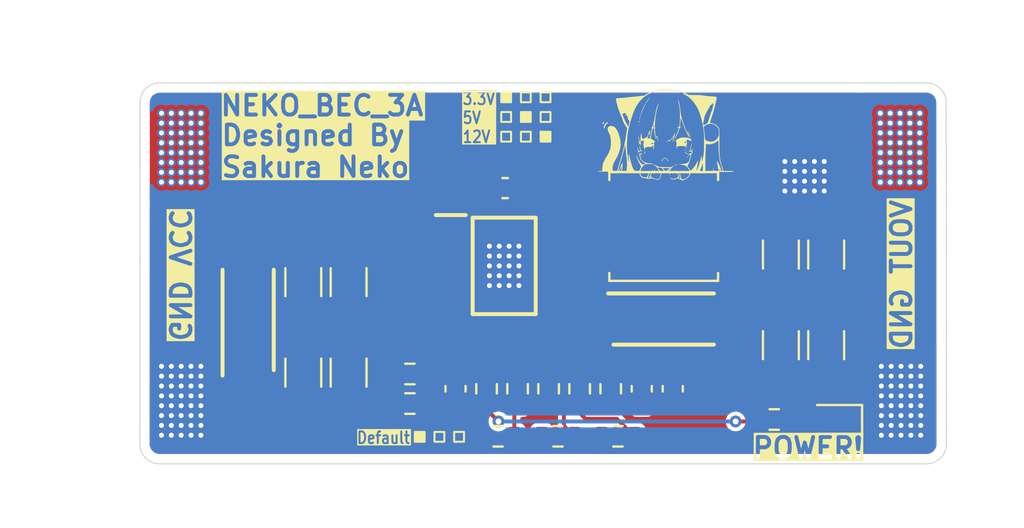
<source format=kicad_pcb>
(kicad_pcb (version 20240108) (generator "pcbnew") (generator_version "8.0")
  (layers (0 "F.Cu" signal) (31 "B.Cu" signal) (34 "B.Paste" user) (35 "F.Paste" user) (36 "B.SilkS" user "B.Silkscreen") (37 "F.SilkS" user "F.Silkscreen") (38 "B.Mask" user) (39 "F.Mask" user) (44 "Edge.Cuts" user))
  (net 0 "")
  (net 1 "Net-(IC2-COMP)")
  (net 2 "Net-(C1-Pad2)")
  (net 3 "GND")
  (net 4 "Net-(D3-K)")
  (net 5 "Net-(IC2-BOOT)")
  (net 6 "Net-(IC2-SS)")
  (net 7 "+5V")
  (net 8 "Net-(IC2-EN)")
  (net 9 "Net-(IC2-VSENSE)")
  (net 10 "VCC")
  (net 11 "Net-(R2-Pad1)")
  (net 12 "Net-(D1-K)")
  (net 13 "Net-(R8-Pad1)")
  (net 14 "Net-(D2-A)")
  (net 15 "Net-(R10-Pad1)")
  (footprint "Resistor_SMD:R_0603_1608Metric" (layer "F.Cu") (at 111.757142 85.29 -90)
    (property "Reference" "R8" (hide yes))
    (property "Value" "1.8K" (hide yes))
    (pad "1" smd roundrect (at -0.825 0 270) (size 0.8 0.95) (layers "F.Cu" "F.Paste" "F.Mask") (net 13 "Net-(R8-Pad1)"))
    (pad "2" smd roundrect (at 0.825 0 270) (size 0.8 0.95) (layers "F.Cu" "F.Paste" "F.Mask") (net 3 "GND"))
  )
  (footprint "Capacitor_SMD:C_0603_1608Metric" (layer "F.Cu") (at 116.484284 85.29 -90)
    (property "Reference" "C1" (hide yes))
    (property "Value" "1000pF" (hide yes))
    (pad "1" smd roundrect (at -0.775 0 270) (size 0.9 0.95) (layers "F.Cu" "F.Paste" "F.Mask") (net 1 "Net-(IC2-COMP)"))
    (pad "2" smd roundrect (at 0.775 0 270) (size 0.9 0.95) (layers "F.Cu" "F.Paste" "F.Mask") (net 2 "Net-(C1-Pad2)"))
  )
  (footprint "Resistor_SMD:R_0603_1608Metric" (layer "F.Cu") (at 112.2325 87.7)
    (property "Reference" "R9" (hide yes))
    (property "Value" "0R" (hide yes))
    (pad "1" smd roundrect (at -0.825 0) (size 0.8 0.95) (layers "F.Cu" "F.Paste" "F.Mask") (net 9 "Net-(IC2-VSENSE)"))
    (pad "2" smd roundrect (at 0.825 0) (size 0.8 0.95) (layers "F.Cu" "F.Paste" "F.Mask") (net 13 "Net-(R8-Pad1)"))
  )
  (footprint "SamacSys_Parts:DIOM5126X245N" (layer "F.Cu") (at 96.5 81.795 90)
    (property "Reference" "D1" (hide yes))
    (property "Value" "SS54" (hide yes))
    (pad "1" smd rect (at -2.05 0 180) (size 1.55 2.2) (layers "F.Cu" "F.Paste" "F.Mask") (net 12 "Net-(D1-K)"))
    (pad "2" smd rect (at 2.05 0 180) (size 1.55 2.2) (layers "F.Cu" "F.Paste" "F.Mask") (net 10 "VCC"))
  )
  (footprint "Inductor_SMD:L_Changjiang_FNR5040S" (layer "F.Cu") (at 117.6 77.05)
    (property "Reference" "L2" (hide yes))
    (property "Value" "6.8uH" (hide yes))
    (pad "1" smd rect (at -1.85 0) (size 1.4 4.2) (layers "F.Cu" "F.Paste" "F.Mask") (net 4 "Net-(D3-K)"))
    (pad "2" smd rect (at 1.85 0) (size 1.4 4.2) (layers "F.Cu" "F.Paste" "F.Mask") (net 7 "+5V"))
  )
  (footprint "Capacitor_SMD:C_1206_3216Metric" (layer "F.Cu") (at 101.6 84.47 -90)
    (property "Reference" "C12" (hide yes))
    (property "Value" "0.1uF" (hide yes))
    (pad "1" smd roundrect (at -1.475 0 270) (size 1.15 1.8) (layers "F.Cu" "F.Paste" "F.Mask") (roundrect_rratio 0.217391) (net 12 "Net-(D1-K)"))
    (pad "2" smd roundrect (at 1.475 0 270) (size 1.15 1.8) (layers "F.Cu" "F.Paste" "F.Mask") (roundrect_rratio 0.217391) (net 3 "GND"))
  )
  (footprint "Capacitor_SMD:C_0603_1608Metric" (layer "F.Cu") (at 118.06 85.29 -90)
    (property "Reference" "C2" (hide yes))
    (property "Value" "47pF" (hide yes))
    (pad "1" smd roundrect (at -0.775 0 270) (size 0.9 0.95) (layers "F.Cu" "F.Paste" "F.Mask") (net 1 "Net-(IC2-COMP)"))
    (pad "2" smd roundrect (at 0.775 0 270) (size 0.9 0.95) (layers "F.Cu" "F.Paste" "F.Mask") (net 3 "GND"))
  )
  (footprint "Capacitor_SMD:C_0603_1608Metric" (layer "F.Cu") (at 107.03 85.29 90)
    (property "Reference" "C11" (hide yes))
    (property "Value" "0.01uF" (hide yes))
    (pad "1" smd roundrect (at -0.775 0 90) (size 0.9 0.95) (layers "F.Cu" "F.Paste" "F.Mask") (net 3 "GND"))
    (pad "2" smd roundrect (at 0.775 0 90) (size 0.9 0.95) (layers "F.Cu" "F.Paste" "F.Mask") (net 6 "Net-(IC2-SS)"))
  )
  (footprint "SamacSys_Parts:DIOM5126X245N" (layer "F.Cu") (at 117.6 81.75)
    (property "Reference" "D3" (hide yes))
    (property "Value" "SS54" (hide yes))
    (pad "1" smd rect (at -2.05 0 90) (size 1.55 2.2) (layers "F.Cu" "F.Paste" "F.Mask") (net 4 "Net-(D3-K)"))
    (pad "2" smd rect (at 2.05 0 90) (size 1.55 2.2) (layers "F.Cu" "F.Paste" "F.Mask") (net 3 "GND"))
  )
  (footprint "Capacitor_SMD:C_1206_3216Metric" (layer "F.Cu") (at 99.3 84.47 -90)
    (property "Reference" "C14" (hide yes))
    (property "Value" "10uF" (hide yes))
    (pad "1" smd roundrect (at -1.475 0 270) (size 1.15 1.8) (layers "F.Cu" "F.Paste" "F.Mask") (roundrect_rratio 0.217391) (net 12 "Net-(D1-K)"))
    (pad "2" smd roundrect (at 1.475 0 270) (size 1.15 1.8) (layers "F.Cu" "F.Paste" "F.Mask") (roundrect_rratio 0.217391) (net 3 "GND"))
  )
  (footprint "Capacitor_SMD:C_1206_3216Metric" (layer "F.Cu") (at 101.6 79.875 90)
    (property "Reference" "C3" (hide yes))
    (property "Value" "0.1uF" (hide yes))
    (pad "1" smd roundrect (at -1.475 0 90) (size 1.15 1.8) (layers "F.Cu" "F.Paste" "F.Mask") (roundrect_rratio 0.217391) (net 12 "Net-(D1-K)"))
    (pad "2" smd roundrect (at 1.475 0 90) (size 1.15 1.8) (layers "F.Cu" "F.Paste" "F.Mask") (roundrect_rratio 0.217391) (net 3 "GND"))
  )
  (footprint "Capacitor_SMD:C_0603_1608Metric" (layer "F.Cu") (at 109.55 75.1)
    (property "Reference" "C10" (hide yes))
    (property "Value" "0.1uF" (hide yes))
    (pad "1" smd roundrect (at -0.775 0) (size 0.9 0.95) (layers "F.Cu" "F.Paste" "F.Mask") (net 5 "Net-(IC2-BOOT)"))
    (pad "2" smd roundrect (at 0.775 0) (size 0.9 0.95) (layers "F.Cu" "F.Paste" "F.Mask") (net 4 "Net-(D3-K)"))
  )
  (footprint "Capacitor_SMD:C_1206_3216Metric" (layer "F.Cu") (at 99.3 79.875 90)
    (property "Reference" "C13" (hide yes))
    (property "Value" "10uF" (hide yes))
    (pad "1" smd roundrect (at -1.475 0 90) (size 1.15 1.8) (layers "F.Cu" "F.Paste" "F.Mask") (roundrect_rratio 0.217391) (net 12 "Net-(D1-K)"))
    (pad "2" smd roundrect (at 1.475 0 90) (size 1.15 1.8) (layers "F.Cu" "F.Paste" "F.Mask") (roundrect_rratio 0.217391) (net 3 "GND"))
  )
  (footprint "Resistor_SMD:R_0603_1608Metric" (layer "F.Cu") (at 113.332856 85.29 90)
    (property "Reference" "R10" (hide yes))
    (property "Value" "715R" (hide yes))
    (pad "1" smd roundrect (at -0.825 0 90) (size 0.8 0.95) (layers "F.Cu" "F.Paste" "F.Mask") (net 15 "Net-(R10-Pad1)"))
    (pad "2" smd roundrect (at 0.825 0 90) (size 0.8 0.95) (layers "F.Cu" "F.Paste" "F.Mask") (net 3 "GND"))
  )
  (footprint "SamacSys_Parts:Power_PAD" (layer "F.Cu") (at 93.1 79.4 -90)
    (property "Reference" "J1" (hide yes))
    (property "Value" "Conn_01x02_Pin" (hide yes))
    (pad "1" smd roundrect (at -6.4 0) (size 3 5) (layers "F.Cu" "F.Paste" "F.Mask") (net 10 "VCC"))
    (pad "2" smd roundrect (at 6.5 0) (size 3 5) (layers "F.Cu" "F.Paste" "F.Mask") (net 3 "GND"))
  )
  (footprint "Capacitor_SMD:C_1206_3216Metric" (layer "F.Cu") (at 125.85 83.075 -90)
    (property "Reference" "C17" (hide yes))
    (property "Value" "10uF" (hide yes))
    (pad "1" smd roundrect (at -1.475 0 270) (size 1.15 1.8) (layers "F.Cu" "F.Paste" "F.Mask") (roundrect_rratio 0.217391) (net 7 "+5V"))
    (pad "2" smd roundrect (at 1.475 0 270) (size 1.15 1.8) (layers "F.Cu" "F.Paste" "F.Mask") (roundrect_rratio 0.217391) (net 3 "GND"))
  )
  (footprint "SamacSys_Parts:SOIC127P600X175-8N" (layer "F.Cu") (at 109.5 79.05)
    (property "Reference" "IC2" (hide yes))
    (property "Value" "TPS54331DR" (hide yes))
    (pad "1" smd rect (at -2.712 -1.905 90) (size 0.65 1.525) (layers "F.Cu" "F.Paste" "F.Mask") (net 5 "Net-(IC2-BOOT)"))
    (pad "2" smd rect (at -2.712 -0.635 90) (size 0.65 1.525) (layers "F.Cu" "F.Paste" "F.Mask") (net 12 "Net-(D1-K)"))
    (pad "3" smd rect (at -2.712 0.635 90) (size 0.65 1.525) (layers "F.Cu" "F.Paste" "F.Mask") (net 8 "Net-(IC2-EN)"))
    (pad "4" smd rect (at -2.712 1.905 90) (size 0.65 1.525) (layers "F.Cu" "F.Paste" "F.Mask") (net 6 "Net-(IC2-SS)"))
    (pad "5" smd rect (at 2.712 1.905 90) (size 0.65 1.525) (layers "F.Cu" "F.Paste" "F.Mask") (net 9 "Net-(IC2-VSENSE)"))
    (pad "6" smd rect (at 2.712 0.635 90) (size 0.65 1.525) (layers "F.Cu" "F.Paste" "F.Mask") (net 1 "Net-(IC2-COMP)"))
    (pad "7" smd rect (at 2.712 -0.635 90) (size 0.65 1.525) (layers "F.Cu" "F.Paste" "F.Mask") (net 3 "GND"))
    (pad "8" smd rect (at 2.712 -1.905 90) (size 0.65 1.525) (layers "F.Cu" "F.Paste" "F.Mask") (net 4 "Net-(D3-K)"))
  )
  (footprint "Resistor_SMD:R_0603_1608Metric" (layer "F.Cu") (at 123.2125 86.85)
    (property "Reference" "R6" (hide yes))
    (property "Value" "10K" (hide yes))
    (pad "1" smd roundrect (at -0.825 0) (size 0.8 0.95) (layers "F.Cu" "F.Paste" "F.Mask") (net 7 "+5V"))
    (pad "2" smd roundrect (at 0.825 0) (size 0.8 0.95) (layers "F.Cu" "F.Paste" "F.Mask") (net 14 "Net-(D2-A)"))
  )
  (footprint "Resistor_SMD:R_0603_1608Metric" (layer "F.Cu") (at 104.712858 84.54)
    (property "Reference" "R3" (hide yes))
    (property "Value" "332K" (hide yes))
    (pad "1" smd roundrect (at -0.825 0) (size 0.8 0.95) (layers "F.Cu" "F.Paste" "F.Mask") (net 12 "Net-(D1-K)"))
    (pad "2" smd roundrect (at 0.825 0) (size 0.8 0.95) (layers "F.Cu" "F.Paste" "F.Mask") (net 8 "Net-(IC2-EN)"))
  )
  (footprint "Resistor_SMD:R_0603_1608Metric" (layer "F.Cu") (at 109.19 87.7)
    (property "Reference" "R7" (hide yes))
    (property "Value" "0R" (hide yes))
    (pad "1" smd roundrect (at -0.825 0) (size 0.8 0.95) (layers "F.Cu" "F.Paste" "F.Mask") (net 9 "Net-(IC2-VSENSE)"))
    (pad "2" smd roundrect (at 0.825 0) (size 0.8 0.95) (layers "F.Cu" "F.Paste" "F.Mask") (net 11 "Net-(R2-Pad1)"))
  )
  (footprint "Capacitor_SMD:C_1206_3216Metric" (layer "F.Cu") (at 123.55 78.475 90)
    (property "Reference" "C16" (hide yes))
    (property "Value" "0.1uF" (hide yes))
    (pad "1" smd roundrect (at -1.475 0 90) (size 1.15 1.8) (layers "F.Cu" "F.Paste" "F.Mask") (roundrect_rratio 0.217391) (net 7 "+5V"))
    (pad "2" smd roundrect (at 1.475 0 90) (size 1.15 1.8) (layers "F.Cu" "F.Paste" "F.Mask") (roundrect_rratio 0.217391) (net 3 "GND"))
  )
  (footprint "SamacSys_Parts:nya" (layer "F.Cu") (at 117.711393 72.289294)
    (property "Reference" "G***" (hide yes))
    (property "Value" "LOGO" (hide yes))
  )
  (footprint "Resistor_SMD:R_0603_1608Metric" (layer "F.Cu") (at 114.90857 85.29 90)
    (property "Reference" "R5" (hide yes))
    (property "Value" "29.4K" (hide yes))
    (pad "1" smd roundrect (at -0.825 0 90) (size 0.8 0.95) (layers "F.Cu" "F.Paste" "F.Mask") (net 2 "Net-(C1-Pad2)"))
    (pad "2" smd roundrect (at 0.825 0 90) (size 0.8 0.95) (layers "F.Cu" "F.Paste" "F.Mask") (net 3 "GND"))
  )
  (footprint "Capacitor_SMD:C_1206_3216Metric" (layer "F.Cu") (at 125.85 78.475 90)
    (property "Reference" "C18" (hide yes))
    (property "Value" "10uF" (hide yes))
    (pad "1" smd roundrect (at -1.475 0 90) (size 1.15 1.8) (layers "F.Cu" "F.Paste" "F.Mask") (roundrect_rratio 0.217391) (net 7 "+5V"))
    (pad "2" smd roundrect (at 1.475 0 90) (size 1.15 1.8) (layers "F.Cu" "F.Paste" "F.Mask") (roundrect_rratio 0.217391) (net 3 "GND"))
  )
  (footprint "Resistor_SMD:R_0603_1608Metric" (layer "F.Cu") (at 104.712858 86.04)
    (property "Reference" "R4" (hide yes))
    (property "Value" "68.1K" (hide yes))
    (pad "1" smd roundrect (at -0.825 0) (size 0.8 0.95) (layers "F.Cu" "F.Paste" "F.Mask") (net 8 "Net-(IC2-EN)"))
    (pad "2" smd roundrect (at 0.825 0) (size 0.8 0.95) (layers "F.Cu" "F.Paste" "F.Mask") (net 3 "GND"))
  )
  (footprint "Resistor_SMD:R_0603_1608Metric" (layer "F.Cu") (at 115.275 87.7)
    (property "Reference" "R11" (hide yes))
    (property "Value" "0R" (hide yes))
    (pad "1" smd roundrect (at -0.825 0) (size 0.8 0.95) (layers "F.Cu" "F.Paste" "F.Mask") (net 9 "Net-(IC2-VSENSE)"))
    (pad "2" smd roundrect (at 0.825 0) (size 0.8 0.95) (layers "F.Cu" "F.Paste" "F.Mask") (net 15 "Net-(R10-Pad1)"))
  )
  (footprint "SamacSys_Parts:Power_PAD" (layer "F.Cu") (at 129.6 79.4 -90)
    (property "Reference" "J2" (hide yes))
    (property "Value" "Conn_01x02_Pin" (hide yes))
    (pad "1" smd roundrect (at -6.4 0) (size 3 5) (layers "F.Cu" "F.Paste" "F.Mask") (net 7 "+5V"))
    (pad "2" smd roundrect (at 6.5 0) (size 3 5) (layers "F.Cu" "F.Paste" "F.Mask") (net 3 "GND"))
  )
  (footprint "Capacitor_SMD:C_1206_3216Metric" (layer "F.Cu") (at 123.55 83.075 -90)
    (property "Reference" "C15" (hide yes))
    (property "Value" "0.1uF" (hide yes))
    (pad "1" smd roundrect (at -1.475 0 270) (size 1.15 1.8) (layers "F.Cu" "F.Paste" "F.Mask") (roundrect_rratio 0.217391) (net 7 "+5V"))
    (pad "2" smd roundrect (at 1.475 0 270) (size 1.15 1.8) (layers "F.Cu" "F.Paste" "F.Mask") (roundrect_rratio 0.217391) (net 3 "GND"))
  )
  (footprint "Resistor_SMD:R_0603_1608Metric" (layer "F.Cu") (at 108.605714 85.29 90)
    (property "Reference" "R1" (hide yes))
    (property "Value" "10K" (hide yes))
    (pad "1" smd roundrect (at -0.825 0 90) (size 0.8 0.95) (layers "F.Cu" "F.Paste" "F.Mask") (net 7 "+5V"))
    (pad "2" smd roundrect (at 0.825 0 90) (size 0.8 0.95) (layers "F.Cu" "F.Paste" "F.Mask") (net 9 "Net-(IC2-VSENSE)"))
  )
  (footprint "LED_SMD:LED_0603_1608Metric" (layer "F.Cu") (at 126.1875 86.85 180)
    (property "Reference" "D2" (hide yes))
    (property "Value" "Power" (hide yes))
    (pad "1" smd roundrect (at -0.7875 0 180) (size 0.875 0.95) (layers "F.Cu" "F.Paste" "F.Mask") (net 3 "GND"))
    (pad "2" smd roundrect (at 0.7875 0 180) (size 0.875 0.95) (layers "F.Cu" "F.Paste" "F.Mask") (net 14 "Net-(D2-A)"))
  )
  (footprint "Resistor_SMD:R_0603_1608Metric" (layer "F.Cu") (at 110.181428 85.29 90)
    (property "Reference" "R2" (hide yes))
    (property "Value" "3.24K" (hide yes))
    (pad "1" smd roundrect (at -0.825 0 90) (size 0.8 0.95) (layers "F.Cu" "F.Paste" "F.Mask") (net 11 "Net-(R2-Pad1)"))
    (pad "2" smd roundrect (at 0.825 0 90) (size 0.8 0.95) (layers "F.Cu" "F.Paste" "F.Mask") (net 3 "GND"))
  )
  (gr_rect (start 110.35 71.24) (end 110.85 71.74) (stroke (width 0.1)) (fill solid) (layer "F.SilkS"))
  (gr_rect (start 109.35 70.24) (end 109.85 70.74) (stroke (width 0.1)) (fill solid) (layer "F.SilkS"))
  (gr_rect (start 110.35 70.24) (end 110.85 70.74) (stroke (width 0.1)) (fill none) (layer "F.SilkS"))
  (gr_rect (start 111.35 70.24) (end 111.85 70.74) (stroke (width 0.1)) (fill none) (layer "F.SilkS"))
  (gr_rect (start 104.96 87.48) (end 105.46 87.98) (stroke (width 0.1)) (fill solid) (layer "F.SilkS"))
  (gr_rect (start 111.35 72.24) (end 111.85 72.74) (stroke (width 0.1)) (fill solid) (layer "F.SilkS"))
  (gr_rect (start 106.96 87.48) (end 107.46 87.98) (stroke (width 0.1)) (fill none) (layer "F.SilkS"))
  (gr_rect (start 109.35 71.24) (end 109.85 71.74) (stroke (width 0.1)) (fill none) (layer "F.SilkS"))
  (gr_rect (start 105.96 87.48) (end 106.46 87.98) (stroke (width 0.1)) (fill none) (layer "F.SilkS"))
  (gr_rect (start 109.35 72.24) (end 109.85 72.74) (stroke (width 0.1)) (fill none) (layer "F.SilkS"))
  (gr_rect (start 111.35 71.24) (end 111.85 71.74) (stroke (width 0.1)) (fill none) (layer "F.SilkS"))
  (gr_rect (start 110.35 72.24) (end 110.85 72.74) (stroke (width 0.1)) (fill none) (layer "F.SilkS"))
  (gr_arc (start 131.95 88.092893) (mid 131.655025 88.805025) (end 130.942893 89.1) (stroke (width 0.05)) (layer "Edge.Cuts"))
  (gr_line (start 92.007107 89.1) (end 130.942893 89.1) (stroke (width 0.05)) (layer "Edge.Cuts"))
  (gr_arc (start 92.007107 89.1) (mid 91.294975 88.805025) (end 91 88.092893) (stroke (width 0.05)) (layer "Edge.Cuts"))
  (gr_arc (start 91.007107 70.757107) (mid 91.3 70.05) (end 92.007107 69.757107) (stroke (width 0.05)) (layer "Edge.Cuts"))
  (gr_line (start 131.95 88.092893) (end 131.942893 70.757107) (stroke (width 0.05)) (layer "Edge.Cuts"))
  (gr_line (start 130.942893 69.757107) (end 92.007107 69.757107) (stroke (width 0.05)) (layer "Edge.Cuts"))
  (gr_line (start 91.007107 70.757107) (end 91 88.092893) (stroke (width 0.05)) (layer "Edge.Cuts"))
  (gr_arc (start 130.942893 69.757107) (mid 131.65 70.05) (end 131.942893 70.757107) (stroke (width 0.05)) (layer "Edge.Cuts"))
  (gr_text "POWER!\n" (at 122.01 88.87 0) (layer "F.SilkS" knockout) (effects (font (size 1 1) (thickness 0.2) (bold yes)) (justify left bottom)))
  (gr_text "3.3V\n5V\n12V" (at 107.34 72.85 0) (layer "F.SilkS" knockout) (effects (font (size 0.6 0.5) (thickness 0.1) (bold yes)) (justify left bottom)))
  (gr_text "NEKO_BEC_3A" (at 95 71.5 0) (layer "F.SilkS" knockout) (effects (font (size 1 1) (thickness 0.2) (bold yes)) (justify left bottom)))
  (gr_text "GND VCC" (at 92.436 82.983334 -90) (layer "F.SilkS" knockout) (effects (font (size 1 1) (thickness 0.2) (bold yes)) (justify left bottom mirror)))
  (gr_text "Designed By\nSakura Neko" (at 95.05 74.62 0) (layer "F.SilkS" knockout) (effects (font (size 1 1) (thickness 0.2) (bold yes)) (justify left bottom)))
  (gr_text "VOUT GND" (at 130.264 75.6 90) (layer "F.SilkS" knockout) (effects (font (size 1 1) (thickness 0.2) (bold yes)) (justify left bottom mirror)))
  (gr_text "Default" (at 101.97 88.13 0) (layer "F.SilkS" knockout) (effects (font (size 0.6 0.5) (thickness 0.1) (bold yes)) (justify left bottom)))
  (segment (start 113.7 83.16) (end 113.88 83.34) (width 0.3) (layer "F.Cu") (net 1))
  (segment (start 112.212 79.685) (end 113.605 79.685) (width 0.3) (layer "F.Cu") (net 1))
  (segment (start 113.605 79.685) (end 113.7 79.78) (width 0.3) (layer "F.Cu") (net 1))
  (segment (start 116.18 83.34) (end 116.484284 83.644284) (width 0.3) (layer "F.Cu") (net 1))
  (segment (start 116.484284 84.515) (end 118.06 84.515) (width 0.2) (layer "F.Cu") (net 1))
  (segment (start 116.484284 83.644284) (end 116.484284 84.515) (width 0.3) (layer "F.Cu") (net 1))
  (segment (start 113.7 79.78) (end 113.7 83.16) (width 0.3) (layer "F.Cu") (net 1))
  (segment (start 113.88 83.34) (end 116.18 83.34) (width 0.3) (layer "F.Cu") (net 1))
  (segment (start 116.434284 86.115) (end 116.484284 86.065) (width 0.2) (layer "F.Cu") (net 2))
  (segment (start 114.90857 86.115) (end 116.434284 86.115) (width 0.2) (layer "F.Cu") (net 2))
  (via (at 130.65 86.65) (size 0.45) (drill 0.25) (layers "F.Cu" "B.Cu") (net 3))
  (via (at 92.1 84.65) (size 0.45) (drill 0.25) (layers "F.Cu" "B.Cu") (net 3))
  (via (at 130.15 86.65) (size 0.45) (drill 0.25) (layers "F.Cu" "B.Cu") (net 3))
  (via (at 93.1 84.15) (size 0.45) (drill 0.25) (layers "F.Cu" "B.Cu") (net 3))
  (via (at 130.65 84.65) (size 0.45) (drill 0.25) (layers "F.Cu" "B.Cu") (net 3))
  (via (at 130.65 84.15) (size 0.45) (drill 0.25) (layers "F.Cu" "B.Cu") (net 3))
  (via (at 110.25 78.55) (size 0.45) (drill 0.25) (layers "F.Cu" "B.Cu") (net 3))
  (via (at 124.75 74.75) (size 0.45) (drill 0.25) (layers "F.Cu" "B.Cu") (net 3))
  (via (at 128.65 87.65) (size 0.45) (drill 0.25) (layers "F.Cu" "B.Cu") (net 3))
  (via (at 109.75 80.05) (size 0.45) (drill 0.25) (layers "F.Cu" "B.Cu") (net 3))
  (via (at 109.75 79.55) (size 0.45) (drill 0.25) (layers "F.Cu" "B.Cu") (net 3))
  (via (at 93.6 86.65) (size 0.45) (drill 0.25) (layers "F.Cu" "B.Cu") (net 3))
  (via (at 92.6 86.15) (size 0.45) (drill 0.25) (layers "F.Cu" "B.Cu") (net 3))
  (via (at 130.65 85.15) (size 0.45) (drill 0.25) (layers "F.Cu" "B.Cu") (net 3))
  (via (at 124.25 74.75) (size 0.45) (drill 0.25) (layers "F.Cu" "B.Cu") (net 3))
  (via (at 128.65 84.65) (size 0.45) (drill 0.25) (layers "F.Cu" "B.Cu") (net 3))
  (via (at 130.15 86.15) (size 0.45) (drill 0.25) (layers "F.Cu" "B.Cu") (net 3))
  (via (at 129.65 87.65) (size 0.45) (drill 0.25) (layers "F.Cu" "B.Cu") (net 3))
  (via (at 110.25 79.05) (size 0.45) (drill 0.25) (layers "F.Cu" "B.Cu") (net 3))
  (via (at 130.15 87.15) (size 0.45) (drill 0.25) (layers "F.Cu" "B.Cu") (net 3))
  (via (at 109.75 79.05) (size 0.45) (drill 0.25) (layers "F.Cu" "B.Cu") (net 3))
  (via (at 92.1 87.15) (size 0.45) (drill 0.25) (layers "F.Cu" "B.Cu") (net 3))
  (via (at 93.1 85.65) (size 0.45) (drill 0.25) (layers "F.Cu" "B.Cu") (net 3))
  (via (at 92.6 84.15) (size 0.45) (drill 0.25) (layers "F.Cu" "B.Cu") (net 3))
  (via (at 129.65 87.15) (size 0.45) (drill 0.25) (layers "F.Cu" "B.Cu") (net 3))
  (via (at 130.15 87.65) (size 0.45) (drill 0.25) (layers "F.Cu" "B.Cu") (net 3))
  (via (at 92.6 87.65) (size 0.45) (drill 0.25) (layers "F.Cu" "B.Cu") (net 3))
  (via (at 94.1 87.65) (size 0.45) (drill 0.25) (layers "F.Cu" "B.Cu") (net 3))
  (via (at 108.75 78.05) (size 0.45) (drill 0.25) (layers "F.Cu" "B.Cu") (net 3))
  (via (at 92.6 85.65) (size 0.45) (drill 0.25) (layers "F.Cu" "B.Cu") (net 3))
  (via (at 129.15 85.65) (size 0.45) (drill 0.25) (layers "F.Cu" "B.Cu") (net 3))
  (via (at 129.65 84.65) (size 0.45) (drill 0.25) (layers "F.Cu" "B.Cu") (net 3))
  (via (at 128.65 87.15) (size 0.45) (drill 0.25) (layers "F.Cu" "B.Cu") (net 3))
  (via (at 93.1 87.65) (size 0.45) (drill 0.25) (layers "F.Cu" "B.Cu") (net 3))
  (via (at 130.15 85.65) (size 0.45) (drill 0.25) (layers "F.Cu" "B.Cu") (net 3))
  (via (at 129.15 84.65) (size 0.45) (drill 0.25) (layers "F.Cu" "B.Cu") (net 3))
  (via (at 92.6 85.15) (size 0.45) (drill 0.25) (layers "F.Cu" "B.Cu") (net 3))
  (via (at 128.65 86.65) (size 0.45) (drill 0.25) (layers "F.Cu" "B.Cu") (net 3))
  (via (at 129.15 85.15) (size 0.45) (drill 0.25) (layers "F.Cu" "B.Cu") (net 3))
  (via (at 94.1 85.15) (size 0.45) (drill 0.25) (layers "F.Cu" "B.Cu") (net 3))
  (via (at 109.75 78.05) (size 0.45) (drill 0.25) (layers "F.Cu" "B.Cu") (net 3))
  (via (at 93.6 85.15) (size 0.45) (drill 0.25) (layers "F.Cu" "B.Cu") (net 3))
  (via (at 125.75 75.25) (size 0.45) (drill 0.25) (layers "F.Cu" "B.Cu") (net 3))
  (via (at 125.25 74.25) (size 0.45) (drill 0.25) (layers "F.Cu" "B.Cu") (net 3))
  (via (at 93.1 86.65) (size 0.45) (drill 0.25) (layers "F.Cu" "B.Cu") (net 3))
  (via (at 130.65 86.15) (size 0.45) (drill 0.25) (layers "F.Cu" "B.Cu") (net 3))
  (via (at 125.25 74.75) (size 0.45) (drill 0.25) (layers "F.Cu" "B.Cu") (net 3))
  (via (at 108.75 80.05) (size 0.45) (drill 0.25) (layers "F.Cu" "B.Cu") (net 3))
  (via (at 130.65 87.15) (size 0.45) (drill 0.25) (layers "F.Cu" "B.Cu") (net 3))
  (via (at 93.6 86.15) (size 0.45) (drill 0.25) (layers "F.Cu" "B.Cu") (net 3))
  (via (at 129.65 84.15) (size 0.45) (drill 0.25) (layers "F.Cu" "B.Cu") (net 3))
  (via (at 125.25 75.25) (size 0.45) (drill 0.25) (layers "F.Cu" "B.Cu") (net 3))
  (via (at 108.75 79.55) (size 0.45) (drill 0.25) (layers "F.Cu" "B.Cu") (net 3))
  (via (at 109.25 78.55) (size 0.45) (drill 0.25) (layers "F.Cu" "B.Cu") (net 3))
  (via (at 109.25 80.05) (size 0.45) (drill 0.25) (layers "F.Cu" "B.Cu") (net 3))
  (via (at 93.6 87.15) (size 0.45) (drill 0.25) (layers "F.Cu" "B.Cu") (net 3))
  (via (at 110.25 80.05) (size 0.45) (drill 0.25) (layers "F.Cu" "B.Cu") (net 3))
  (via (at 124.75 75.25) (size 0.45) (drill 0.25) (layers "F.Cu" "B.Cu") (net 3))
  (via (at 124.75 73.75) (size 0.45) (drill 0.25) (layers "F.Cu" "B.Cu") (net 3))
  (via (at 92.6 86.65) (size 0.45) (drill 0.25) (layers "F.Cu" "B.Cu") (net 3))
  (via (at 92.1 85.65) (size 0.45) (drill 0.25) (layers "F.Cu" "B.Cu") (net 3))
  (via (at 130.15 84.15) (size 0.45) (drill 0.25) (layers "F.Cu" "B.Cu") (net 3))
  (via (at 124.25 74.25) (size 0.45) (drill 0.25) (layers "F.Cu" "B.Cu") (net 3))
  (via (at 93.1 87.15) (size 0.45) (drill 0.25) (layers "F.Cu" "B.Cu") (net 3))
  (via (at 125.75 74.25) (size 0.45) (drill 0.25) (layers "F.Cu" "B.Cu") (net 3))
  (via (at 129.15 86.65) (size 0.45) (drill 0.25) (layers "F.Cu" "B.Cu") (net 3))
  (via (at 93.6 87.65) (size 0.45) (drill 0.25) (layers "F.Cu" "B.Cu") (net 3))
  (via (at 125.25 73.75) (size 0.45) (drill 0.25) (layers "F.Cu" "B.Cu") (net 3))
  (via (at 108.75 78.55) (size 0.45) (drill 0.25) (layers "F.Cu" "B.Cu") (net 3))
  (via (at 123.75 73.75) (size 0.45) (drill 0.25) (layers "F.Cu" "B.Cu") (net 3))
  (via (at 125.75 73.75) (size 0.45) (drill 0.25) (layers "F.Cu" "B.Cu") (net 3))
  (via (at 109.75 78.55) (size 0.45) (drill 0.25) (layers "F.Cu" "B.Cu") (net 3))
  (via (at 92.6 87.15) (size 0.45) (drill 0.25) (layers "F.Cu" "B.Cu") (net 3))
  (via (at 92.1 86.65) (size 0.45) (drill 0.25) (layers "F.Cu" "B.Cu") (net 3))
  (via (at 94.1 84.65) (size 0.45) (drill 0.25) (layers "F.Cu" "B.Cu") (net 3))
  (via (at 124.25 75.25) (size 0.45) (drill 0.25) (layers "F.Cu" "B.Cu") (net 3))
  (via (at 93.6 84.15) (size 0.45) (drill 0.25) (layers "F.Cu" "B.Cu") (net 3))
  (via (at 93.6 84.65) (size 0.45) (drill 0.25) (layers "F.Cu" "B.Cu") (net 3))
  (via (at 130.65 87.65) (size 0.45) (drill 0.25) (layers "F.Cu" "B.Cu") (net 3))
  (via (at 123.75 74.75) (size 0.45) (drill 0.25) (layers "F.Cu" "B.Cu") (net 3))
  (via (at 94.1 86.65) (size 0.45) (drill 0.25) (layers "F.Cu" "B.Cu") (net 3))
  (via (at 94.1 84.15) (size 0.45) (drill 0.25) (layers "F.Cu" "B.Cu") (net 3))
  (via (at 129.65 86.65) (size 0.45) (drill 0.25) (layers "F.Cu" "B.Cu") (net 3))
  (via (at 124.25 73.75) (size 0.45) (drill 0.25) (layers "F.Cu" "B.Cu") (net 3))
  (via (at 109.25 78.05) (size 0.45) (drill 0.25) (layers "F.Cu" "B.Cu") (net 3))
  (via (at 92.1 86.15) (size 0.45) (drill 0.25) (layers "F.Cu" "B.Cu") (net 3))
  (via (at 130.15 85.15) (size 0.45) (drill 0.25) (layers "F.Cu" "B.Cu") (net 3))
  (via (at 92.6 84.65) (size 0.45) (drill 0.25) (layers "F.Cu" "B.Cu") (net 3))
  (via (at 93.1 85.15) (size 0.45) (drill 0.25) (layers "F.Cu" "B.Cu") (net 3))
  (via (at 94.1 86.15) (size 0.45) (drill 0.25) (layers "F.Cu" "B.Cu") (net 3))
  (via (at 123.75 74.25) (size 0.45) (drill 0.25) (layers "F.Cu" "B.Cu") (net 3))
  (via (at 93.6 85.65) (size 0.45) (drill 0.25) (layers "F.Cu" "B.Cu") (net 3))
  (via (at 94.1 85.65) (size 0.45) (drill 0.25) (layers "F.Cu" "B.Cu") (net 3))
  (via (at 92.1 85.15) (size 0.45) (drill 0.25) (layers "F.Cu" "B.Cu") (net 3))
  (via (at 128.65 86.15) (size 0.45) (drill 0.25) (layers "F.Cu" "B.Cu") (net 3))
  (via (at 130.15 84.65) (size 0.45) (drill 0.25) (layers "F.Cu" "B.Cu") (net 3))
  (via (at 129.65 86.15) (size 0.45) (drill 0.25) (layers "F.Cu" "B.Cu") (net 3))
  (via (at 92.1 87.65) (size 0.45) (drill 0.25) (layers "F.Cu" "B.Cu") (net 3))
  (via (at 109.25 79.05) (size 0.45) (drill 0.25) (layers "F.Cu" "B.Cu") (net 3))
  (via (at 110.25 79.55) (size 0.45) (drill 0.25) (layers "F.Cu" "B.Cu") (net 3))
  (via (at 93.1 86.15) (size 0.45) (drill 0.25) (layers "F.Cu" "B.Cu") (net 3))
  (via (at 125.75 74.75) (size 0.45) (drill 0.25) (layers "F.Cu" "B.Cu") (net 3))
  (via (at 129.65 85.65) (size 0.45) (drill 0.25) (layers "F.Cu" "B.Cu") (net 3))
  (via (at 124.75 74.25) (size 0.45) (drill 0.25) (layers "F.Cu" "B.Cu") (net 3))
  (via (at 130.65 85.65) (size 0.45) (drill 0.25) (layers "F.Cu" "B.Cu") (net 3))
  (via (at 93.1 84.65) (size 0.45) (drill 0.25) (layers "F.Cu" "B.Cu") (net 3))
  (via (at 129.15 84.15) (size 0.45) (drill 0.25) (layers "F.Cu" "B.Cu") (net 3))
  (via (at 110.25 78.05) (size 0.45) (drill 0.25) (layers "F.Cu" "B.Cu") (net 3))
  (via (at 128.65 84.15) (size 0.45) (drill 0.25) (layers "F.Cu" "B.Cu") (net 3))
  (via (at 94.1 87.15) (size 0.45) (drill 0.25) (layers "F.Cu" "B.Cu") (net 3))
  (via (at 129.15 87.15) (size 0.45) (drill 0.25) (layers "F.Cu" "B.Cu") (net 3))
  (via (at 129.15 87.65) (size 0.45) (drill 0.25) (layers "F.Cu" "B.Cu") (net 3))
  (via (at 128.65 85.15) (size 0.45) (drill 0.25) (layers "F.Cu" "B.Cu") (net 3))
  (via (at 108.75 79.05) (size 0.45) (drill 0.25) (layers "F.Cu" "B.Cu") (net 3))
  (via (at 129.15 86.15) (size 0.45) (drill 0.25) (layers "F.Cu" "B.Cu") (net 3))
  (via (at 128.65 85.65) (size 0.45) (drill 0.25) (layers "F.Cu" "B.Cu") (net 3))
  (via (at 123.75 75.25) (size 0.45) (drill 0.25) (layers "F.Cu" "B.Cu") (net 3))
  (via (at 109.25 79.55) (size 0.45) (drill 0.25) (layers "F.Cu" "B.Cu") (net 3))
  (via (at 92.1 84.15) (size 0.45) (drill 0.25) (layers "F.Cu" "B.Cu") (net 3))
  (via (at 129.65 85.15) (size 0.45) (drill 0.25) (layers "F.Cu" "B.Cu") (net 3))
  (segment (start 110.325 75.1) (end 111.85 75.1) (width 0.3) (layer "F.Cu") (net 4))
  (segment (start 111.85 75.1) (end 112.212 75.462) (width 0.3) (layer "F.Cu") (net 4))
  (segment (start 112.212 75.462) (end 112.212 77.145) (width 0.3) (layer "F.Cu") (net 4))
  (segment (start 108.775 75.1) (end 107.2 75.1) (width 0.3) (layer "F.Cu") (net 5))
  (segment (start 106.788 75.512) (end 106.788 77.145) (width 0.3) (layer "F.Cu") (net 5))
  (segment (start 107.2 75.1) (end 106.788 75.512) (width 0.3) (layer "F.Cu") (net 5))
  (segment (start 106.788 80.955) (end 106.788 84.273) (width 0.3) (layer "F.Cu") (net 6))
  (segment (start 106.788 84.273) (end 107.03 84.515) (width 0.3) (layer "F.Cu") (net 6))
  (segment (start 127.11 85.82) (end 127.51 85.42) (width 0.3) (layer "F.Cu") (net 7))
  (segment (start 108.365 86.355714) (end 108.605714 86.115) (width 0.2) (layer "F.Cu") (net 7))
  (segment (start 122.3875 85.9225) (end 122.49 85.82) (width 0.3) (layer "F.Cu") (net 7))
  (segment (start 127.16 81.6) (end 125.85 81.6) (width 0.3) (layer "F.Cu") (net 7))
  (segment (start 108.605714 86.115) (end 108.605714 86.345714) (width 0.2) (layer "F.Cu") (net 7))
  (segment (start 122.49 85.82) (end 127.11 85.82) (width 0.3) (layer "F.Cu") (net 7))
  (segment (start 127.51 85.42) (end 127.51 81.95) (width 0.3) (layer "F.Cu") (net 7))
  (segment (start 127.51 81.95) (end 127.16 81.6) (width 0.3) (layer "F.Cu") (net 7))
  (segment (start 122.2875 86.95) (end 122.3875 86.85) (width 0.2) (layer "F.Cu") (net 7))
  (segment (start 121.25 86.95) (end 122.2875 86.95) (width 0.2) (layer "F.Cu") (net 7))
  (segment (start 108.605714 86.345714) (end 109.21 86.95) (width 0.2) (layer "F.Cu") (net 7))
  (segment (start 122.3875 86.85) (end 122.3875 85.9225) (width 0.3) (layer "F.Cu") (net 7))
  (via (at 128.6 72.8) (size 0.45) (drill 0.25) (layers "F.Cu" "B.Cu") (net 7))
  (via (at 128.6 73.3) (size 0.45) (drill 0.25) (layers "F.Cu" "B.Cu") (net 7))
  (via (at 128.6 73.8) (size 0.45) (drill 0.25) (layers "F.Cu" "B.Cu") (net 7))
  (via (at 130.1 74.8) (size 0.45) (drill 0.25) (layers "F.Cu" "B.Cu") (net 7))
  (via (at 129.1 73.8) (size 0.45) (drill 0.25) (layers "F.Cu" "B.Cu") (net 7))
  (via (at 130.1 71.8) (size 0.45) (drill 0.25) (layers "F.Cu" "B.Cu") (net 7))
  (via (at 130.6 74.8) (size 0.45) (drill 0.25) (layers "F.Cu" "B.Cu") (net 7))
  (via (at 130.1 71.3) (size 0.45) (drill 0.25) (layers "F.Cu" "B.Cu") (net 7))
  (via (at 129.1 71.8) (size 0.45) (drill 0.25) (layers "F.Cu" "B.Cu") (net 7))
  (via (at 129.6 73.3) (size 0.45) (drill 0.25) (layers "F.Cu" "B.Cu") (net 7))
  (via (at 129.6 71.3) (size 0.45) (drill 0.25) (layers "F.Cu" "B.Cu") (net 7))
  (via (at 130.1 73.8) (size 0.45) (drill 0.25) (layers "F.Cu" "B.Cu") (net 7))
  (via (at 130.6 72.8) (size 0.45) (drill 0.25) (layers "F.Cu" "B.Cu") (net 7))
  (via (at 130.1 74.3) (size 0.45) (drill 0.25) (layers "F.Cu" "B.Cu") (net 7))
  (via (at 129.6 74.8) (size 0.45) (drill 0.25) (layers "F.Cu" "B.Cu") (net 7))
  (via (at 129.6 72.8) (size 0.45) (drill 0.25) (layers "F.Cu" "B.Cu") (net 7))
  (via (at 129.1 74.8) (size 0.45) (drill 0.25) (layers "F.Cu" "B.Cu") (net 7))
  (via (at 121.25 86.95) (size 0.6) (drill 0.3) (layers "F.Cu" "B.Cu") (net 7))
  (via (at 130.1 72.8) (size 0.45) (drill 0.25) (layers "F.Cu" "B.Cu") (net 7))
  (via (at 128.6 74.8) (size 0.45) (drill 0.25) (layers "F.Cu" "B.Cu") (net 7))
  (via (at 129.1 72.3) (size 0.45) (drill 0.25) (layers "F.Cu" "B.Cu") (net 7))
  (via (at 130.6 71.3) (size 0.45) (drill 0.25) (layers "F.Cu" "B.Cu") (net 7))
  (via (at 129.1 71.3) (size 0.45) (drill 0.25) (layers "F.Cu" "B.Cu") (net 7))
  (via (at 129.1 73.3) (size 0.45) (drill 0.25) (layers "F.Cu" "B.Cu") (net 7))
  (via (at 109.21 86.95) (size 0.6) (drill 0.3) (layers "F.Cu" "B.Cu") (net 7))
  (via (at 129.1 72.8) (size 0.45) (drill 0.25) (layers "F.Cu" "B.Cu") (net 7))
  (via (at 130.6 72.3) (size 0.45) (drill 0.25) (layers "F.Cu" "B.Cu") (net 7))
  (via (at 128.6 71.3) (size 0.45) (drill 0.25) (layers "F.Cu" "B.Cu") (net 7))
  (via (at 130.1 72.3) (size 0.45) (drill 0.25) (layers "F.Cu" "B.Cu") (net 7))
  (via (at 130.6 74.3) (size 0.45) (drill 0.25) (layers "F.Cu" "B.Cu") (net 7))
  (via (at 128.6 74.3) (size 0.45) (drill 0.25) (layers "F.Cu" "B.Cu") (net 7))
  (via (at 128.6 72.3) (size 0.45) (drill 0.25) (layers "F.Cu" "B.Cu") (net 7))
  (via (at 129.6 73.8) (size 0.45) (drill 0.25) (layers "F.Cu" "B.Cu") (net 7))
  (via (at 130.6 73.3) (size 0.45) (drill 0.25) (layers "F.Cu" "B.Cu") (net 7))
  (via (at 130.6 71.8) (size 0.45) (drill 0.25) (layers "F.Cu" "B.Cu") (net 7))
  (via (at 129.6 74.3) (size 0.45) (drill 0.25) (layers "F.Cu" "B.Cu") (net 7))
  (via (at 129.6 72.3) (size 0.45) (drill 0.25) (layers "F.Cu" "B.Cu") (net 7))
  (via (at 129.1 74.3) (size 0.45) (drill 0.25) (layers "F.Cu" "B.Cu") (net 7))
  (via (at 130.1 73.3) (size 0.45) (drill 0.25) (layers "F.Cu" "B.Cu") (net 7))
  (via (at 130.6 73.8) (size 0.45) (drill 0.25) (layers "F.Cu" "B.Cu") (net 7))
  (via (at 128.6 71.8) (size 0.45) (drill 0.25) (layers "F.Cu" "B.Cu") (net 7))
  (via (at 129.6 71.8) (size 0.45) (drill 0.25) (layers "F.Cu" "B.Cu") (net 7))
  (segment (start 109.21 86.95) (end 121.25 86.95) (width 0.2) (layer "B.Cu") (net 7))
  (segment (start 105.537858 79.817858) (end 105.537858 84.54) (width 0.3) (layer "F.Cu") (net 8))
  (segment (start 106.788 79.685) (end 105.670716 79.685) (width 0.3) (layer "F.Cu") (net 8))
  (segment (start 105.670716 79.685) (end 105.537858 79.817858) (width 0.3) (layer "F.Cu") (net 8))
  (segment (start 103.91 86.04) (end 103.887858 86.04) (width 0.3) (layer "F.Cu") (net 8))
  (segment (start 105.537858 84.54) (end 105.41 84.54) (width 0.3) (layer "F.Cu") (net 8))
  (segment (start 105.41 84.54) (end 103.91 86.04) (width 0.3) (layer "F.Cu") (net 8))
  (segment (start 107.805 87.14) (end 108.365 87.7) (width 0.2) (layer "F.Cu") (net 9))
  (segment (start 107.805 85.265714) (end 107.805 87.14) (width 0.2) (layer "F.Cu") (net 9))
  (segment (start 110.6175 88.49) (end 111.4075 87.7) (width 0.2) (layer "F.Cu") (net 9))
  (segment (start 112.197 80.94) (end 108.85 80.94) (width 0.2) (layer "F.Cu") (net 9))
  (segment (start 108.365 87.7) (end 109.155 88.49) (width 0.2) (layer "F.Cu") (net 9))
  (segment (start 112.1825 88.475) (end 113.675 88.475) (width 0.2) (layer "F.Cu") (net 9))
  (segment (start 112.212 80.955) (end 112.197 80.94) (width 0.2) (layer "F.Cu") (net 9))
  (segment (start 108.605714 81.184286) (end 108.605714 84.465) (width 0.2) (layer "F.Cu") (net 9))
  (segment (start 108.85 80.94) (end 108.605714 81.184286) (width 0.2) (layer "F.Cu") (net 9))
  (segment (start 113.675 88.475) (end 114.45 87.7) (width 0.2) (layer "F.Cu") (net 9))
  (segment (start 108.605714 84.465) (end 107.805 85.265714) (width 0.2) (layer "F.Cu") (net 9))
  (segment (start 111.4075 87.7) (end 112.1825 88.475) (width 0.2) (layer "F.Cu") (net 9))
  (segment (start 109.155 88.49) (end 110.6175 88.49) (width 0.2) (layer "F.Cu") (net 9))
  (via (at 93.6 71.8) (size 0.45) (drill 0.25) (layers "F.Cu" "B.Cu") (net 10))
  (via (at 94.1 74.3) (size 0.45) (drill 0.25) (layers "F.Cu" "B.Cu") (net 10))
  (via (at 94.1 72.8) (size 0.45) (drill 0.25) (layers "F.Cu" "B.Cu") (net 10))
  (via (at 92.6 71.3) (size 0.45) (drill 0.25) (layers "F.Cu" "B.Cu") (net 10))
  (via (at 94.1 71.8) (size 0.45) (drill 0.25) (layers "F.Cu" "B.Cu") (net 10))
  (via (at 94.1 73.3) (size 0.45) (drill 0.25) (layers "F.Cu" "B.Cu") (net 10))
  (via (at 92.1 72.8) (size 0.45) (drill 0.25) (layers "F.Cu" "B.Cu") (net 10))
  (via (at 93.1 73.8) (size 0.45) (drill 0.25) (layers "F.Cu" "B.Cu") (net 10))
  (via (at 93.1 71.3) (size 0.45) (drill 0.25) (layers "F.Cu" "B.Cu") (net 10))
  (via (at 92.1 71.3) (size 0.45) (drill 0.25) (layers "F.Cu" "B.Cu") (net 10))
  (via (at 92.6 71.8) (size 0.45) (drill 0.25) (layers "F.Cu" "B.Cu") (net 10))
  (via (at 93.6 73.3) (size 0.45) (drill 0.25) (layers "F.Cu" "B.Cu") (net 10))
  (via (at 92.1 74.3) (size 0.45) (drill 0.25) (layers "F.Cu" "B.Cu") (net 10))
  (via (at 92.6 74.3) (size 0.45) (drill 0.25) (layers "F.Cu" "B.Cu") (net 10))
  (via (at 92.1 74.8) (size 0.45) (drill 0.25) (layers "F.Cu" "B.Cu") (net 10))
  (via (at 94.1 74.8) (size 0.45) (drill 0.25) (layers "F.Cu" "B.Cu") (net 10))
  (via (at 93.1 74.3) (size 0.45) (drill 0.25) (layers "F.Cu" "B.Cu") (net 10))
  (via (at 92.6 74.8) (size 0.45) (drill 0.25) (layers "F.Cu" "B.Cu") (net 10))
  (via (at 93.6 72.8) (size 0.45) (drill 0.25) (layers "F.Cu" "B.Cu") (net 10))
  (via (at 94.1 72.3) (size 0.45) (drill 0.25) (layers "F.Cu" "B.Cu") (net 10))
  (via (at 92.6 73.3) (size 0.45) (drill 0.25) (layers "F.Cu" "B.Cu") (net 10))
  (via (at 92.1 71.8) (size 0.45) (drill 0.25) (layers "F.Cu" "B.Cu") (net 10))
  (via (at 93.6 73.8) (size 0.45) (drill 0.25) (layers "F.Cu" "B.Cu") (net 10))
  (via (at 93.1 73.3) (size 0.45) (drill 0.25) (layers "F.Cu" "B.Cu") (net 10))
  (via (at 93.1 72.3) (size 0.45) (drill 0.25) (layers "F.Cu" "B.Cu") (net 10))
  (via (at 93.1 71.8) (size 0.45) (drill 0.25) (layers "F.Cu" "B.Cu") (net 10))
  (via (at 92.6 72.8) (size 0.45) (drill 0.25) (layers "F.Cu" "B.Cu") (net 10))
  (via (at 94.1 73.8) (size 0.45) (drill 0.25) (layers "F.Cu" "B.Cu") (net 10))
  (via (at 92.6 72.3) (size 0.45) (drill 0.25) (layers "F.Cu" "B.Cu") (net 10))
  (via (at 93.6 72.3) (size 0.45) (drill 0.25) (layers "F.Cu" "B.Cu") (net 10))
  (via (at 93.1 74.8) (size 0.45) (drill 0.25) (layers "F.Cu" "B.Cu") (net 10))
  (via (at 92.1 72.3) (size 0.45) (drill 0.25) (layers "F.Cu" "B.Cu") (net 10))
  (via (at 92.1 73.8) (size 0.45) (drill 0.25) (layers "F.Cu" "B.Cu") (net 10))
  (via (at 92.6 73.8) (size 0.45) (drill 0.25) (layers "F.Cu" "B.Cu") (net 10))
  (via (at 93.6 74.3) (size 0.45) (drill 0.25) (layers "F.Cu" "B.Cu") (net 10))
  (via (at 93.1 72.8) (size 0.45) (drill 0.25) (layers "F.Cu" "B.Cu") (net 10))
  (via (at 93.6 74.8) (size 0.45) (drill 0.25) (layers "F.Cu" "B.Cu") (net 10))
  (via (at 92.1 73.3) (size 0.45) (drill 0.25) (layers "F.Cu" "B.Cu") (net 10))
  (via (at 94.1 71.3) (size 0.45) (drill 0.25) (layers "F.Cu" "B.Cu") (net 10))
  (via (at 93.6 71.3) (size 0.45) (drill 0.25) (layers "F.Cu" "B.Cu") (net 10))
  (segment (start 110.015 86.281428) (end 110.181428 86.115) (width 0.2) (layer "F.Cu") (net 11))
  (segment (start 110.015 87.7) (end 110.015 86.281428) (width 0.2) (layer "F.Cu") (net 11))
  (segment (start 112.532142 85.24) (end 111.757142 84.465) (width 0.2) (layer "F.Cu") (net 13))
  (segment (start 112.532142 87.174642) (end 112.532142 85.24) (width 0.2) (layer "F.Cu") (net 13))
  (segment (start 113.0575 87.7) (end 112.532142 87.174642) (width 0.2) (layer "F.Cu") (net 13))
  (segment (start 124.0375 86.85) (end 125.4 86.85) (width 0.3) (layer "F.Cu") (net 14))
  (segment (start 115.215 86.815) (end 113.625 86.815) (width 0.2) (layer "F.Cu") (net 15))
  (segment (start 116.1 87.7) (end 115.215 86.815) (width 0.2) (layer "F.Cu") (net 15))
  (segment (start 113.332856 86.522856) (end 113.332856 86.115) (width 0.2) (layer "F.Cu") (net 15))
  (segment (start 113.625 86.815) (end 113.332856 86.522856) (width 0.2) (layer "F.Cu") (net 15))
  (zone (net 7) (net_name "+5V") (layer "F.Cu") (priority 7) (connect_pads yes (clearance 0.2)) (min_thickness 0.2) (fill yes (thermal_gap 0.2) (thermal_bridge_width 0.2))
    (polygon (pts (xy 122.4 78.5) (xy 122.4 82.8) (xy 131.35 82.8) (xy 131.35 69.75) (xy 127.65 69.75) (xy 127.65 78.5)))
  )
  (zone (net 12) (net_name "Net-(D1-K)") (layer "F.Cu") (priority 2) (connect_pads yes (clearance 0.2)) (min_thickness 0.2) (fill yes (thermal_gap 0.2) (thermal_bridge_width 0.2))
    (polygon (pts (xy 107.66 79) (xy 104.67 79.01) (xy 104.67 83.81) (xy 101.45 83.8) (xy 101.45 79.75) (xy 102.76 79.75) (xy 102.77 77.83) (xy 107.66 77.83)))
  )
  (zone (net 12) (net_name "Net-(D1-K)") (layer "F.Cu") (connect_pads yes (clearance 0.2)) (min_thickness 0.2) (fill yes (thermal_gap 0.2) (thermal_bridge_width 0.2))
    (polygon (pts (xy 95.62 85.16) (xy 104.67 85.16) (xy 104.67 83.81) (xy 102.75 83.8) (xy 102.75 80.5) (xy 99.15 80.5) (xy 99.15 81.35) (xy 95.62 81.36)))
  )
  (zone (net 10) (net_name "VCC") (layer "F.Cu") (priority 6) (connect_pads yes (clearance 0.2)) (min_thickness 0.2) (fill yes (thermal_gap 0.2) (thermal_bridge_width 0.2))
    (polygon (pts (xy 99.18 75.81) (xy 99.2 70.35) (xy 91.35 70.35) (xy 91.33 75.81)))
  )
  (zone (net 7) (net_name "+5V") (layer "F.Cu") (priority 4) (connect_pads yes (clearance 0.2)) (min_thickness 0.2) (fill yes (thermal_gap 0.2) (thermal_bridge_width 0.2))
    (polygon (pts (xy 117.8 74.3) (xy 117.8 79.95) (xy 121.55 79.95) (xy 121.55 82.8) (xy 127 82.8) (xy 127 78.5) (xy 122.4 78.5) (xy 122.4 74.3)))
  )
  (zone (net 4) (net_name "Net-(D3-K)") (layer "F.Cu") (priority 3) (connect_pads yes (clearance 0.2)) (min_thickness 0.2) (fill yes (thermal_gap 0.2) (thermal_bridge_width 0.2))
    (polygon (pts (xy 111.35 77.6) (xy 114.25 77.6) (xy 114.25 82.75) (xy 117.6 82.75) (xy 117.6 74.3) (xy 111.35 74.3)))
  )
  (zone (net 4) (net_name "Net-(D3-K)") (layer "F.Cu") (priority 8) (connect_pads yes (clearance 0.2)) (min_thickness 0.2) (fill yes (thermal_gap 0.2) (thermal_bridge_width 0.2))
    (polygon (pts (xy 113.25 77.6) (xy 113.25 79.1) (xy 114.25 79.1) (xy 114.25 77.6)))
  )
  (zone (net 10) (net_name "VCC") (layer "F.Cu") (priority 1) (connect_pads yes (clearance 0.2)) (min_thickness 0.2) (fill yes (thermal_gap 0.2) (thermal_bridge_width 0.2))
    (polygon (pts (xy 96.65 81.15) (xy 98.14 81.15) (xy 98.14 75.7) (xy 94.87 75.7) (xy 94.87 81.15)))
  )
  (zone (net 10) (net_name "VCC") (layer "F.Cu") (priority 5) (connect_pads yes (clearance 0.2)) (min_thickness 0.2) (fill yes (thermal_gap 0.2) (thermal_bridge_width 0.2))
    (polygon (pts (xy 98.9 70.35) (xy 98.9 75.7) (xy 96.9 75.7) (xy 96.9 77.15) (xy 101.15 77.15) (xy 101.15 70.35)))
  )
  (zone (net 3) (net_name "GND") (layers "F&B.Cu") (connect_pads yes (clearance 0.2)) (min_thickness 0.2) (fill yes (thermal_gap 0.2) (thermal_bridge_width 0.2))
    (polygon (pts (xy 88.55 65.7) (xy 133.9 66.2) (xy 135.9 92.35) (xy 83.9 92.1) (xy 88.8 65.55)))
  )
)
</source>
